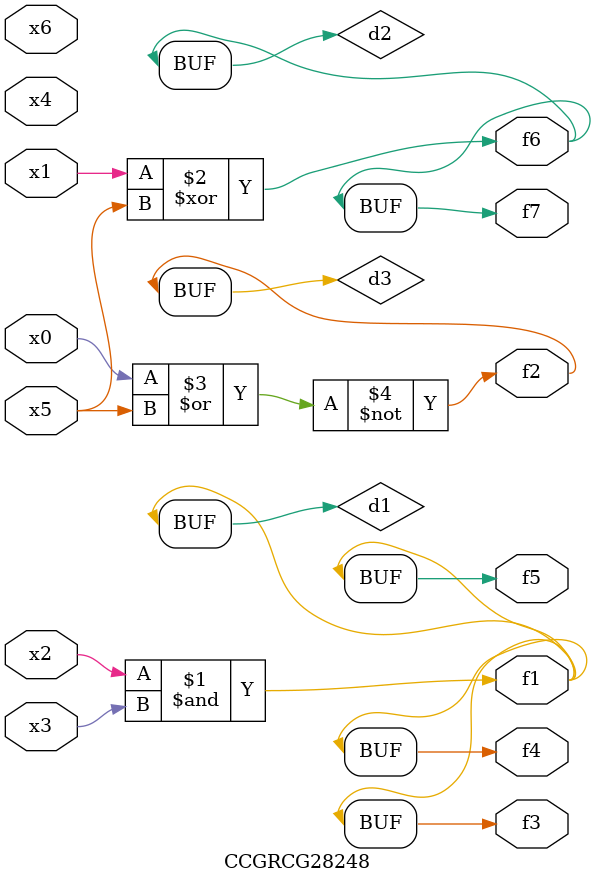
<source format=v>
module CCGRCG28248(
	input x0, x1, x2, x3, x4, x5, x6,
	output f1, f2, f3, f4, f5, f6, f7
);

	wire d1, d2, d3;

	and (d1, x2, x3);
	xor (d2, x1, x5);
	nor (d3, x0, x5);
	assign f1 = d1;
	assign f2 = d3;
	assign f3 = d1;
	assign f4 = d1;
	assign f5 = d1;
	assign f6 = d2;
	assign f7 = d2;
endmodule

</source>
